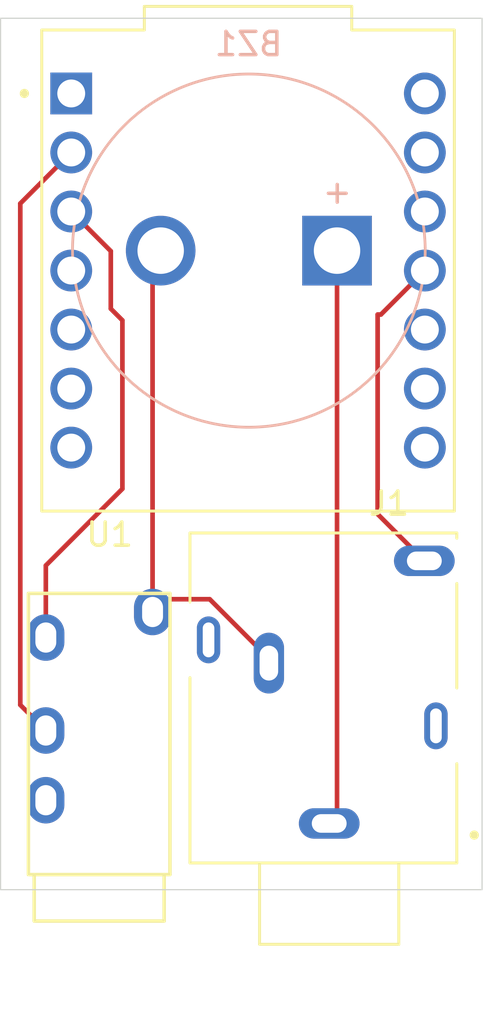
<source format=kicad_pcb>
(kicad_pcb (version 20241229) (generator "pcbnew") (generator_version "9.0")
  (layers (0 "F.Cu" signal) (2 "B.Cu" signal) (13 "F.Paste" user) (15 "B.Paste" user) (5 "F.SilkS" user "F.Silkscreen") (7 "B.SilkS" user "B.Silkscreen") (1 "F.Mask" user) (3 "B.Mask" user) (25 "Edge.Cuts" user))
  (net 0 "")
  (net 1 "Net-(BZ1-+)")
  (net 2 "GND")
  (net 5 "Net-(U1-A10{slash}D10{slash}MOSI)")
  (net 14 "Net-(U1-A2{slash}D2)")
  (net 17 "Net-(U1-A1{slash}D1)")
  (footprint "Audio_Module:TRRS-PJ-320A" (layer "F.Cu") (at 118.5 119.85 180)
    (property "Reference" "U2")
    (property "Value" "PJ-320A")
    (fp_line (start 3.05 12.1) (end -3.05 12.1) (stroke (width 0.15)) (layer "F.SilkS"))
    (fp_line (start 3.05 0) (end 3.05 12.1) (stroke (width 0.15)) (layer "F.SilkS"))
    (fp_line (start 3.05 0) (end -3.05 0) (stroke (width 0.15)) (layer "F.SilkS"))
    (fp_line (start 2.8 0) (end 2.8 -2) (stroke (width 0.15)) (layer "F.SilkS"))
    (fp_line (start 2.8 -2) (end -2.8 -2) (stroke (width 0.15)) (layer "F.SilkS"))
    (fp_line (start -2.8 0) (end -2.8 -2) (stroke (width 0.15)) (layer "F.SilkS"))
    (fp_line (start -3.05 0) (end -3.05 12.1) (stroke (width 0.15)) (layer "F.SilkS"))
    (pad "" np_thru_hole circle (at 0 1.6 180) (size 0.8 0.8) (drill 0.8) (layers "*.Cu" "*.Mask"))
    (pad "" np_thru_hole circle (at 0 8.6 180) (size 0.8 0.8) (drill 0.8) (layers "*.Cu" "*.Mask"))
    (pad "1" thru_hole oval (at -2.3 11.3 180) (size 1.6 2) (drill oval 0.9 1.3) (layers "*.Cu" "*.Mask") (net 2 "GND"))
    (pad "2" thru_hole oval (at 2.3 10.2 180) (size 1.6 2) (drill oval 0.9 1.3) (layers "*.Cu" "*.Mask") (net 14 "Net-(U1-A2{slash}D2)"))
    (pad "3" thru_hole oval (at 2.3 6.2 180) (size 1.6 2) (drill oval 0.9 1.3) (layers "*.Cu" "*.Mask") (net 17 "Net-(U1-A1{slash}D1)"))
    (pad "4" thru_hole oval (at 2.3 3.2 180) (size 1.6 2) (drill oval 0.9 1.3) (layers "*.Cu" "*.Mask"))
  )
  (footprint "Audio_Module:WENZHOU_PJ324M" (layer "F.Cu") (at 128.4125 112.25 180)
    (property "Reference" "J1" (at -2.575 8.365 0) (layer "F.SilkS"))
    (property "Value" "PJ324M")
    (fp_line (start 6 7.1) (end 6 4.128) (stroke (width 0.127)) (layer "F.SilkS"))
    (fp_line (start 6 7.1) (end -5.5 7.1) (stroke (width 0.127)) (layer "F.SilkS"))
    (fp_line (start 6 -7.1) (end 6 0.872) (stroke (width 0.127)) (layer "F.SilkS"))
    (fp_line (start 3 -7.1) (end 6 -7.1) (stroke (width 0.127)) (layer "F.SilkS"))
    (fp_line (start 3 -7.1) (end 3 -10.6) (stroke (width 0.127)) (layer "F.SilkS"))
    (fp_line (start 3 -10.6) (end -3 -10.6) (stroke (width 0.127)) (layer "F.SilkS"))
    (fp_line (start -3 -7.1) (end 3 -7.1) (stroke (width 0.127)) (layer "F.SilkS"))
    (fp_line (start -3 -10.6) (end -3 -7.1) (stroke (width 0.127)) (layer "F.SilkS"))
    (fp_line (start -5.5 7.1) (end -5.5 6.874) (stroke (width 0.127)) (layer "F.SilkS"))
    (fp_line (start -5.5 0.428) (end -5.5 4.926) (stroke (width 0.127)) (layer "F.SilkS"))
    (fp_line (start -5.5 -2.828) (end -5.5 -7.1) (stroke (width 0.127)) (layer "F.SilkS"))
    (fp_line (start -5.5 -7.1) (end -3 -7.1) (stroke (width 0.127)) (layer "F.SilkS"))
    (fp_circle (center -6.25 -5.9) (end -6.15 -5.9) (stroke (width 0.2)) (fill no) (layer "F.SilkS"))
    (pad "1" thru_hole oval (at 0 -5.4 180) (size 2.616 1.308) (drill oval 1.5 0.8) (layers "*.Cu" "*.Mask") (net 1 "Net-(BZ1-+)"))
    (pad "2" thru_hole oval (at 5.2 2.5 180) (size 1.008 2.016) (drill oval 0.5 1.5) (layers "*.Cu" "*.Mask"))
    (pad "3" thru_hole oval (at 2.6 1.5 180) (size 1.308 2.616) (drill oval 0.8 1.5) (layers "*.Cu" "*.Mask") (net 2 "GND"))
    (pad "4" thru_hole oval (at -4.1 5.9 180) (size 2.616 1.308) (drill oval 1.5 0.8) (layers "*.Cu" "*.Mask") (net 5 "Net-(U1-A10{slash}D10{slash}MOSI)"))
    (pad "5" thru_hole oval (at -4.6 -1.2 180) (size 1.008 2.016) (drill oval 0.5 1.5) (layers "*.Cu" "*.Mask"))
  )
  (footprint "Module:MODULE_ADAFRUIT_QT_PY" (layer "F.Cu") (at 124.915 93.8565)
    (property "Reference" "U1" (at -5.965 11.3636 0) (layer "F.SilkS"))
    (property "Value" "ADAFRUIT_QT_PY")
    (fp_line (start -8.89 -10.3505) (end -8.89 10.3505) (stroke (width 0.127)) (layer "F.SilkS"))
    (fp_line (start -8.89 10.3505) (end 8.89 10.3505) (stroke (width 0.127)) (layer "F.SilkS"))
    (fp_line (start -4.47 -11.3665) (end 4.47 -11.3665) (stroke (width 0.127)) (layer "F.SilkS"))
    (fp_line (start -4.47 -10.3505) (end -8.89 -10.3505) (stroke (width 0.127)) (layer "F.SilkS"))
    (fp_line (start -4.47 -10.3505) (end -4.47 -11.3665) (stroke (width 0.127)) (layer "F.SilkS"))
    (fp_line (start 4.47 -11.3665) (end 4.47 -10.3505) (stroke (width 0.127)) (layer "F.SilkS"))
    (fp_line (start 8.89 -10.3505) (end 4.47 -10.3505) (stroke (width 0.127)) (layer "F.SilkS"))
    (fp_line (start 8.89 10.3505) (end 8.89 -10.3505) (stroke (width 0.127)) (layer "F.SilkS"))
    (fp_circle (center -9.64 -7.62) (end -9.54 -7.62) (stroke (width 0.2)) (fill no) (layer "F.SilkS"))
    (pad "1" thru_hole rect (at -7.62 -7.62) (size 1.8 1.8) (drill 1.2) (layers "*.Cu" "*.Mask"))
    (pad "2" thru_hole circle (at -7.62 -5.08) (size 1.8 1.8) (drill 1.2) (layers "*.Cu" "*.Mask") (net 17 "Net-(U1-A1{slash}D1)"))
    (pad "3" thru_hole circle (at -7.62 -2.54) (size 1.8 1.8) (drill 1.2) (layers "*.Cu" "*.Mask") (net 14 "Net-(U1-A2{slash}D2)"))
    (pad "4" thru_hole circle (at -7.62 0) (size 1.8 1.8) (drill 1.2) (layers "*.Cu" "*.Mask"))
    (pad "5" thru_hole circle (at -7.62 2.54) (size 1.8 1.8) (drill 1.2) (layers "*.Cu" "*.Mask"))
    (pad "6" thru_hole circle (at -7.62 5.08) (size 1.8 1.8) (drill 1.2) (layers "*.Cu" "*.Mask"))
    (pad "7" thru_hole circle (at -7.62 7.62) (size 1.8 1.8) (drill 1.2) (layers "*.Cu" "*.Mask"))
    (pad "8" thru_hole circle (at 7.62 7.62) (size 1.8 1.8) (drill 1.2) (layers "*.Cu" "*.Mask"))
    (pad "9" thru_hole circle (at 7.62 5.08) (size 1.8 1.8) (drill 1.2) (layers "*.Cu" "*.Mask"))
    (pad "10" thru_hole circle (at 7.62 2.54) (size 1.8 1.8) (drill 1.2) (layers "*.Cu" "*.Mask"))
    (pad "11" thru_hole circle (at 7.62 0) (size 1.8 1.8) (drill 1.2) (layers "*.Cu" "*.Mask") (net 5 "Net-(U1-A10{slash}D10{slash}MOSI)"))
    (pad "12" thru_hole circle (at 7.62 -2.54) (size 1.8 1.8) (drill 1.2) (layers "*.Cu" "*.Mask"))
    (pad "13" thru_hole circle (at 7.62 -5.08) (size 1.8 1.8) (drill 1.2) (layers "*.Cu" "*.Mask"))
    (pad "14" thru_hole circle (at 7.62 -7.62) (size 1.8 1.8) (drill 1.2) (layers "*.Cu" "*.Mask"))
  )
  (footprint "Buzzer_Beeper:Buzzer_15x7.5RM7.6" (layer "B.Cu") (at 128.75 93 180)
    (property "Reference" "BZ1" (at 3.81 8.89 0) (layer "B.SilkS") (effects (justify mirror)))
    (property "Value" "Buzzer")
    (fp_circle (center 3.8 0) (end 11.4 0) (stroke (width 0.12)) (fill no) (layer "B.SilkS"))
    (fp_text user "+" (at -0.01 2.54 0) (layer "B.SilkS") (effects (justify mirror)))
    (pad "1" thru_hole rect (at 0 0 180) (size 3 3) (drill 2) (layers "*.Cu" "*.Mask") (net 1 "Net-(BZ1-+)"))
    (pad "2" thru_hole circle (at 7.6 0 180) (size 3 3) (drill 2) (layers "*.Cu" "*.Mask") (net 2 "GND"))
  )
  (gr_rect (start 114.25 83) (end 135 120.5) (stroke (width 0.05)) (fill no) (layer "Edge.Cuts"))
  (segment (start 128.75 93) (end 128.75 117.3125) (width 0.2) (layer "F.Cu") (net 1))
  (segment (start 128.75 117.3125) (end 128.4125 117.65) (width 0.2) (layer "F.Cu") (net 1))
  (segment (start 123.2625 108) (end 121.35 108) (width 0.2) (layer "F.Cu") (net 2))
  (segment (start 120.8 108.55) (end 120.8 93.35) (width 0.2) (layer "F.Cu") (net 2))
  (segment (start 120.8 93.35) (end 121.15 93) (width 0.2) (layer "F.Cu") (net 2))
  (segment (start 121.35 108) (end 120.8 108.55) (width 0.2) (layer "F.Cu") (net 2))
  (segment (start 125.8125 110.75) (end 125.8125 110.55) (width 0.2) (layer "F.Cu") (net 2))
  (segment (start 125.8125 110.55) (end 123.2625 108) (width 0.2) (layer "F.Cu") (net 2))
  (segment (start 132.5125 106.35) (end 130.5 104.3375) (width 0.2) (layer "F.Cu") (net 5))
  (segment (start 130.5 95.75) (end 130.6415 95.75) (width 0.2) (layer "F.Cu") (net 5))
  (segment (start 130.5 104.3375) (end 130.5 95.75) (width 0.2) (layer "F.Cu") (net 5))
  (segment (start 130.6415 95.75) (end 132.535 93.8565) (width 0.2) (layer "F.Cu") (net 5))
  (segment (start 119 95.5) (end 119 93.0215) (width 0.2) (layer "F.Cu") (net 14))
  (segment (start 119 93.0215) (end 117.295 91.3165) (width 0.2) (layer "F.Cu") (net 14))
  (segment (start 119.5 96) (end 119 95.5) (width 0.2) (layer "F.Cu") (net 14))
  (segment (start 116.2 106.55) (end 119.5 103.25) (width 0.2) (layer "F.Cu") (net 14))
  (segment (start 116.2 109.65) (end 116.2 106.55) (width 0.2) (layer "F.Cu") (net 14))
  (segment (start 119.5 103.25) (end 119.5 96) (width 0.2) (layer "F.Cu") (net 14))
  (segment (start 115.099 112.549) (end 115.099 90.9725) (width 0.2) (layer "F.Cu") (net 17))
  (segment (start 115.099 90.9725) (end 117.295 88.7765) (width 0.2) (layer "F.Cu") (net 17))
  (segment (start 116.2 113.65) (end 115.099 112.549) (width 0.2) (layer "F.Cu") (net 17))
)
</source>
